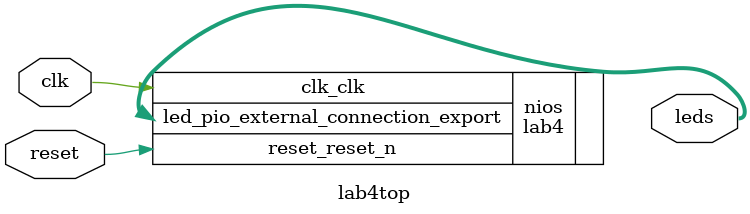
<source format=v>
module lab4top (clk, leds, reset);
	input clk, reset;
	output [7:0] leds;
	
	lab4 nios (.clk_clk(clk), .led_pio_external_connection_export(leds), .reset_reset_n(reset));
endmodule

</source>
